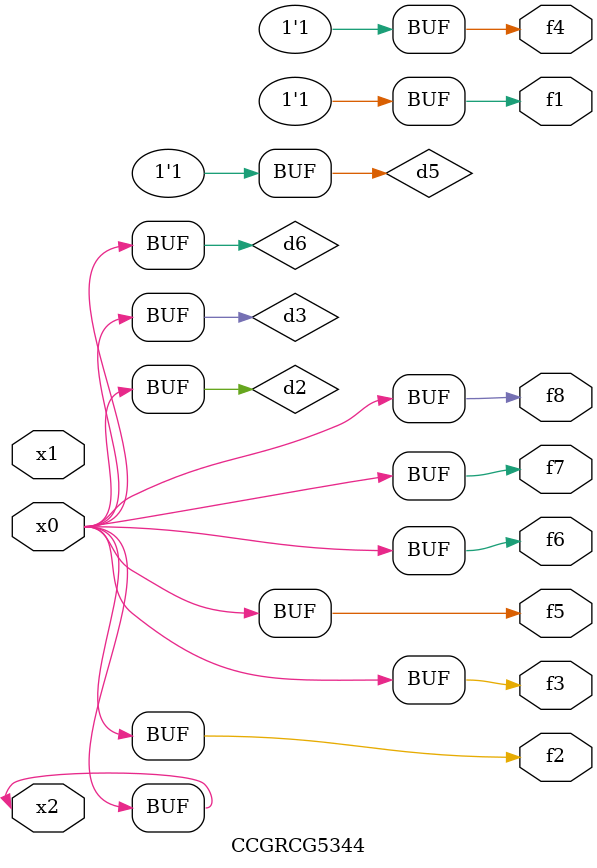
<source format=v>
module CCGRCG5344(
	input x0, x1, x2,
	output f1, f2, f3, f4, f5, f6, f7, f8
);

	wire d1, d2, d3, d4, d5, d6;

	xnor (d1, x2);
	buf (d2, x0, x2);
	and (d3, x0);
	xnor (d4, x1, x2);
	nand (d5, d1, d3);
	buf (d6, d2, d3);
	assign f1 = d5;
	assign f2 = d6;
	assign f3 = d6;
	assign f4 = d5;
	assign f5 = d6;
	assign f6 = d6;
	assign f7 = d6;
	assign f8 = d6;
endmodule

</source>
